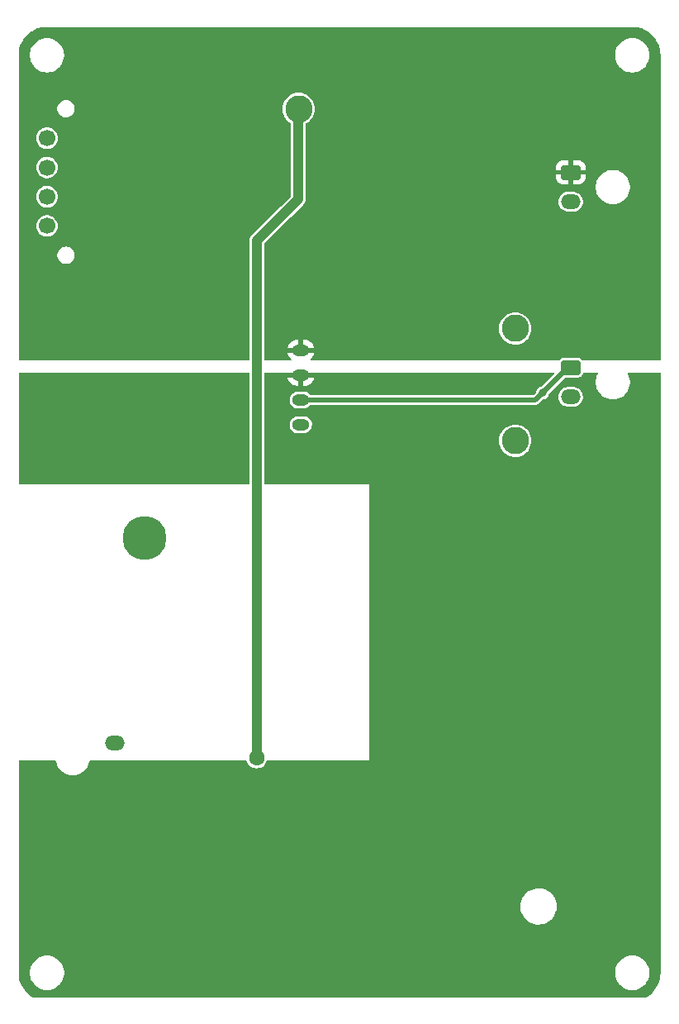
<source format=gbr>
G04 #@! TF.GenerationSoftware,KiCad,Pcbnew,7.0.2*
G04 #@! TF.CreationDate,2023-10-17T16:40:19-05:00*
G04 #@! TF.ProjectId,ContactorDriver,436f6e74-6163-4746-9f72-447269766572,rev?*
G04 #@! TF.SameCoordinates,Original*
G04 #@! TF.FileFunction,Copper,L2,Bot*
G04 #@! TF.FilePolarity,Positive*
%FSLAX46Y46*%
G04 Gerber Fmt 4.6, Leading zero omitted, Abs format (unit mm)*
G04 Created by KiCad (PCBNEW 7.0.2) date 2023-10-17 16:40:19*
%MOMM*%
%LPD*%
G01*
G04 APERTURE LIST*
G04 Aperture macros list*
%AMRoundRect*
0 Rectangle with rounded corners*
0 $1 Rounding radius*
0 $2 $3 $4 $5 $6 $7 $8 $9 X,Y pos of 4 corners*
0 Add a 4 corners polygon primitive as box body*
4,1,4,$2,$3,$4,$5,$6,$7,$8,$9,$2,$3,0*
0 Add four circle primitives for the rounded corners*
1,1,$1+$1,$2,$3*
1,1,$1+$1,$4,$5*
1,1,$1+$1,$6,$7*
1,1,$1+$1,$8,$9*
0 Add four rect primitives between the rounded corners*
20,1,$1+$1,$2,$3,$4,$5,0*
20,1,$1+$1,$4,$5,$6,$7,0*
20,1,$1+$1,$6,$7,$8,$9,0*
20,1,$1+$1,$8,$9,$2,$3,0*%
G04 Aperture macros list end*
G04 #@! TA.AperFunction,ComponentPad*
%ADD10C,2.800000*%
G04 #@! TD*
G04 #@! TA.AperFunction,ComponentPad*
%ADD11O,2.020000X1.500000*%
G04 #@! TD*
G04 #@! TA.AperFunction,ComponentPad*
%ADD12RoundRect,0.250001X0.759999X-0.499999X0.759999X0.499999X-0.759999X0.499999X-0.759999X-0.499999X0*%
G04 #@! TD*
G04 #@! TA.AperFunction,ComponentPad*
%ADD13RoundRect,0.250001X-0.759999X0.499999X-0.759999X-0.499999X0.759999X-0.499999X0.759999X0.499999X0*%
G04 #@! TD*
G04 #@! TA.AperFunction,ComponentPad*
%ADD14C,4.500880*%
G04 #@! TD*
G04 #@! TA.AperFunction,ComponentPad*
%ADD15O,1.800000X1.200000*%
G04 #@! TD*
G04 #@! TA.AperFunction,ComponentPad*
%ADD16C,1.700000*%
G04 #@! TD*
G04 #@! TA.AperFunction,ViaPad*
%ADD17C,0.800000*%
G04 #@! TD*
G04 #@! TA.AperFunction,ViaPad*
%ADD18C,1.600000*%
G04 #@! TD*
G04 #@! TA.AperFunction,Conductor*
%ADD19C,0.500000*%
G04 #@! TD*
G04 #@! TA.AperFunction,Conductor*
%ADD20C,1.000000*%
G04 #@! TD*
G04 APERTURE END LIST*
D10*
X192800000Y-76500000D03*
D11*
X173970000Y-141500000D03*
D12*
X173970000Y-144500000D03*
D13*
X220680000Y-83000000D03*
D11*
X220680000Y-86000000D03*
D14*
X226000000Y-158000000D03*
D13*
X220680000Y-103000000D03*
D11*
X220680000Y-106000000D03*
D14*
X177000000Y-120500000D03*
D15*
X193027300Y-108860000D03*
X193027300Y-106320000D03*
X193027300Y-103780000D03*
X193027300Y-101240000D03*
D16*
X167000000Y-79500000D03*
X167000000Y-82500000D03*
X167000000Y-85500000D03*
X167000000Y-88500000D03*
D10*
X215000000Y-99000000D03*
X215000000Y-110500000D03*
D17*
X207167500Y-78000000D03*
X186000000Y-76750000D03*
X186000000Y-80750000D03*
X186000000Y-78250000D03*
X189100000Y-82200000D03*
X186000000Y-82250000D03*
X186000000Y-79500000D03*
X189000000Y-80750000D03*
X189000000Y-79500000D03*
X189000000Y-78250000D03*
X189000000Y-76750000D03*
X177800000Y-114300000D03*
X203200000Y-127000000D03*
X215900000Y-139700000D03*
X215900000Y-165100000D03*
X190500000Y-165100000D03*
X177800000Y-165100000D03*
X165100000Y-114300000D03*
X190500000Y-114300000D03*
X228600000Y-139700000D03*
X203200000Y-139700000D03*
X203200000Y-165100000D03*
X177800000Y-152400000D03*
X203200000Y-152400000D03*
X190500000Y-152400000D03*
X228600000Y-114300000D03*
X215900000Y-127000000D03*
X215900000Y-114300000D03*
X215900000Y-152400000D03*
X228600000Y-127000000D03*
X228600000Y-152400000D03*
X203200000Y-114300000D03*
D18*
X188500000Y-143000000D03*
D17*
X217800000Y-105600000D03*
D19*
X192667300Y-101600000D02*
X193027300Y-101240000D01*
D20*
X191500000Y-87000000D02*
X192750000Y-85750000D01*
X188500000Y-143000000D02*
X188500000Y-90000000D01*
X188500000Y-90000000D02*
X191500000Y-87000000D01*
X192750000Y-85750000D02*
X192750000Y-76500000D01*
D19*
X220400000Y-103000000D02*
X220680000Y-103000000D01*
X217800000Y-105600000D02*
X217080000Y-106320000D01*
X217080000Y-106320000D02*
X193027300Y-106320000D01*
X217800000Y-105600000D02*
X220400000Y-103000000D01*
G04 #@! TA.AperFunction,Conductor*
G36*
X187692539Y-103519685D02*
G01*
X187738294Y-103572489D01*
X187749500Y-103624000D01*
X187749500Y-114876000D01*
X187729815Y-114943039D01*
X187677011Y-114988794D01*
X187625500Y-115000000D01*
X164224500Y-115000000D01*
X164157461Y-114980315D01*
X164111706Y-114927511D01*
X164100500Y-114876000D01*
X164100500Y-103624000D01*
X164120185Y-103556961D01*
X164172989Y-103511206D01*
X164224500Y-103500000D01*
X187625500Y-103500000D01*
X187692539Y-103519685D01*
G37*
G04 #@! TD.AperFunction*
G04 #@! TA.AperFunction,Conductor*
G36*
X191636346Y-103519685D02*
G01*
X191648250Y-103530000D01*
X192677693Y-103530000D01*
X192618062Y-103647031D01*
X192597002Y-103780000D01*
X192618062Y-103912969D01*
X192677693Y-104030000D01*
X191656042Y-104030000D01*
X191683070Y-104141410D01*
X191770339Y-104332505D01*
X191892192Y-104503621D01*
X192044233Y-104648592D01*
X192220955Y-104762166D01*
X192415985Y-104840244D01*
X192622262Y-104880000D01*
X192777300Y-104880000D01*
X192777300Y-104129607D01*
X192894331Y-104189238D01*
X192993849Y-104205000D01*
X193060751Y-104205000D01*
X193160269Y-104189238D01*
X193277300Y-104129607D01*
X193277300Y-104880000D01*
X193376750Y-104880000D01*
X193382659Y-104879718D01*
X193536420Y-104865035D01*
X193737987Y-104805850D01*
X193924712Y-104709587D01*
X194089838Y-104579730D01*
X194227411Y-104420963D01*
X194332446Y-104239036D01*
X194401156Y-104040511D01*
X194402668Y-104030000D01*
X193376907Y-104030000D01*
X193436538Y-103912969D01*
X193457598Y-103780000D01*
X193436538Y-103647031D01*
X193376907Y-103530000D01*
X194409278Y-103530000D01*
X194441829Y-103506820D01*
X194482386Y-103500000D01*
X218892824Y-103500000D01*
X218959863Y-103519685D01*
X219005618Y-103572489D01*
X219015562Y-103641647D01*
X218986537Y-103705203D01*
X218980505Y-103711681D01*
X217774218Y-104917967D01*
X217716212Y-104950683D01*
X217567635Y-104987303D01*
X217427761Y-105060716D01*
X217309515Y-105165471D01*
X217219780Y-105295476D01*
X217163763Y-105443181D01*
X217157139Y-105497728D01*
X217129516Y-105561905D01*
X217121725Y-105570460D01*
X216909003Y-105783182D01*
X216847683Y-105816666D01*
X216821324Y-105819500D01*
X194075444Y-105819500D01*
X194008405Y-105799815D01*
X193980936Y-105775776D01*
X193915636Y-105698899D01*
X193768363Y-105586944D01*
X193600469Y-105509268D01*
X193419797Y-105469500D01*
X192681187Y-105469500D01*
X192677852Y-105469862D01*
X192677846Y-105469863D01*
X192543391Y-105484485D01*
X192368079Y-105543556D01*
X192209562Y-105638931D01*
X192075260Y-105766149D01*
X191971440Y-105919272D01*
X191902969Y-106091121D01*
X191892942Y-106152285D01*
X191876214Y-106254326D01*
X191873040Y-106273685D01*
X191883054Y-106458407D01*
X191932545Y-106636658D01*
X192019199Y-106800103D01*
X192138963Y-106941100D01*
X192286236Y-107053055D01*
X192454130Y-107130731D01*
X192454131Y-107130731D01*
X192454133Y-107130732D01*
X192634803Y-107170500D01*
X193370054Y-107170500D01*
X193373413Y-107170500D01*
X193511210Y-107155514D01*
X193686521Y-107096444D01*
X193845036Y-107001070D01*
X193979341Y-106873849D01*
X193989132Y-106864575D01*
X193990021Y-106865514D01*
X194032538Y-106830470D01*
X194081254Y-106820500D01*
X217012856Y-106820500D01*
X217039214Y-106823334D01*
X217043926Y-106824359D01*
X217043926Y-106824358D01*
X217043927Y-106824359D01*
X217093461Y-106820815D01*
X217102308Y-106820500D01*
X217115797Y-106820500D01*
X217115799Y-106820500D01*
X217129159Y-106818578D01*
X217137951Y-106817633D01*
X217187483Y-106814091D01*
X217192001Y-106812405D01*
X217217681Y-106805851D01*
X217222457Y-106805165D01*
X217267637Y-106784530D01*
X217275791Y-106781153D01*
X217322331Y-106763796D01*
X217326189Y-106760907D01*
X217348997Y-106747375D01*
X217353373Y-106745377D01*
X217390906Y-106712853D01*
X217397782Y-106707313D01*
X217408593Y-106699221D01*
X217418155Y-106689658D01*
X217424603Y-106683654D01*
X217462143Y-106651128D01*
X217464751Y-106647069D01*
X217481382Y-106626430D01*
X217825783Y-106282030D01*
X217883787Y-106249316D01*
X218032365Y-106212696D01*
X218172240Y-106139283D01*
X218271963Y-106050937D01*
X219415630Y-106050937D01*
X219446443Y-106252071D01*
X219517113Y-106442886D01*
X219624745Y-106615568D01*
X219624748Y-106615571D01*
X219764941Y-106763053D01*
X219931951Y-106879295D01*
X220118942Y-106959540D01*
X220318259Y-107000500D01*
X220318261Y-107000500D01*
X220987600Y-107000500D01*
X220990742Y-107000500D01*
X221142438Y-106985074D01*
X221336588Y-106924159D01*
X221514502Y-106825409D01*
X221668895Y-106692866D01*
X221793448Y-106531958D01*
X221883060Y-106349271D01*
X221934063Y-106152285D01*
X221944369Y-105949064D01*
X221924520Y-105819500D01*
X221913556Y-105747928D01*
X221842886Y-105557113D01*
X221735254Y-105384431D01*
X221728803Y-105377644D01*
X221595059Y-105236947D01*
X221428049Y-105120705D01*
X221241058Y-105040460D01*
X221041741Y-104999500D01*
X220369258Y-104999500D01*
X220366147Y-104999816D01*
X220366134Y-104999817D01*
X220217559Y-105014926D01*
X220023412Y-105075841D01*
X219845500Y-105174589D01*
X219691104Y-105307135D01*
X219566551Y-105468042D01*
X219476940Y-105650727D01*
X219425937Y-105847716D01*
X219415630Y-106050937D01*
X218271963Y-106050937D01*
X218290483Y-106034530D01*
X218380220Y-105904523D01*
X218436237Y-105756818D01*
X218442859Y-105702272D01*
X218470480Y-105638096D01*
X218478263Y-105629549D01*
X220070993Y-104036818D01*
X220132317Y-104003334D01*
X220158675Y-104000500D01*
X221484550Y-104000500D01*
X221487872Y-104000500D01*
X221547482Y-103994091D01*
X221682330Y-103943796D01*
X221797546Y-103857546D01*
X221883796Y-103742330D01*
X221934091Y-103607482D01*
X221934090Y-103607482D01*
X221939534Y-103592889D01*
X221940922Y-103593406D01*
X221960478Y-103546195D01*
X222017870Y-103506346D01*
X222057030Y-103500000D01*
X223336882Y-103500000D01*
X223403921Y-103519685D01*
X223449676Y-103572489D01*
X223459620Y-103641647D01*
X223448602Y-103677799D01*
X223362202Y-103857212D01*
X223284691Y-104108492D01*
X223245500Y-104368517D01*
X223245500Y-104631482D01*
X223284691Y-104891507D01*
X223330638Y-105040460D01*
X223341551Y-105075841D01*
X223362202Y-105142787D01*
X223476296Y-105379707D01*
X223476297Y-105379709D01*
X223476298Y-105379710D01*
X223624430Y-105596980D01*
X223803290Y-105789746D01*
X224008883Y-105953701D01*
X224236616Y-106085183D01*
X224481402Y-106181254D01*
X224737772Y-106239769D01*
X224934346Y-106254500D01*
X224936663Y-106254500D01*
X225063337Y-106254500D01*
X225065654Y-106254500D01*
X225262228Y-106239769D01*
X225518598Y-106181254D01*
X225763384Y-106085183D01*
X225991117Y-105953701D01*
X226196710Y-105789746D01*
X226375570Y-105596980D01*
X226523702Y-105379710D01*
X226637798Y-105142788D01*
X226715308Y-104891508D01*
X226754500Y-104631482D01*
X226754500Y-104368518D01*
X226715308Y-104108492D01*
X226637798Y-103857212D01*
X226551397Y-103677800D01*
X226540046Y-103608861D01*
X226567768Y-103544726D01*
X226625763Y-103505760D01*
X226663118Y-103500000D01*
X229775500Y-103500000D01*
X229842539Y-103519685D01*
X229888294Y-103572489D01*
X229899500Y-103624000D01*
X229899500Y-164996519D01*
X229899305Y-165003472D01*
X229881659Y-165317688D01*
X229880102Y-165331506D01*
X229827969Y-165638333D01*
X229824875Y-165651889D01*
X229738717Y-165950952D01*
X229734124Y-165964078D01*
X229615024Y-166251611D01*
X229608991Y-166264139D01*
X229458442Y-166536538D01*
X229451043Y-166548312D01*
X229270954Y-166802123D01*
X229262285Y-166812995D01*
X229054896Y-167045063D01*
X229045063Y-167054896D01*
X228812995Y-167262285D01*
X228802129Y-167270949D01*
X228602143Y-167412848D01*
X228548311Y-167451044D01*
X228536538Y-167458441D01*
X228489340Y-167484527D01*
X228429358Y-167500000D01*
X165570642Y-167500000D01*
X165510661Y-167484528D01*
X165463462Y-167458442D01*
X165451696Y-167451049D01*
X165197861Y-167270943D01*
X165187004Y-167262285D01*
X164954936Y-167054896D01*
X164945103Y-167045063D01*
X164737714Y-166812995D01*
X164729050Y-166802129D01*
X164548950Y-166548303D01*
X164541563Y-166536547D01*
X164391004Y-166264132D01*
X164384978Y-166251618D01*
X164265874Y-165964077D01*
X164261282Y-165950952D01*
X164175124Y-165651889D01*
X164172030Y-165638333D01*
X164119897Y-165331506D01*
X164118340Y-165317695D01*
X164107883Y-165131482D01*
X165245500Y-165131482D01*
X165284691Y-165391507D01*
X165338292Y-165565276D01*
X165362202Y-165642788D01*
X165366585Y-165651889D01*
X165476296Y-165879707D01*
X165476297Y-165879709D01*
X165476298Y-165879710D01*
X165624430Y-166096980D01*
X165803290Y-166289746D01*
X166008883Y-166453701D01*
X166236616Y-166585183D01*
X166481402Y-166681254D01*
X166737772Y-166739769D01*
X166934346Y-166754500D01*
X166936663Y-166754500D01*
X167063337Y-166754500D01*
X167065654Y-166754500D01*
X167262228Y-166739769D01*
X167518598Y-166681254D01*
X167763384Y-166585183D01*
X167991117Y-166453701D01*
X168196710Y-166289746D01*
X168375570Y-166096980D01*
X168523702Y-165879710D01*
X168637798Y-165642788D01*
X168715308Y-165391508D01*
X168754500Y-165131482D01*
X225245500Y-165131482D01*
X225284691Y-165391507D01*
X225338292Y-165565277D01*
X225362202Y-165642788D01*
X225366585Y-165651889D01*
X225476296Y-165879707D01*
X225476297Y-165879709D01*
X225476298Y-165879710D01*
X225624430Y-166096980D01*
X225803290Y-166289746D01*
X226008883Y-166453701D01*
X226236616Y-166585183D01*
X226481402Y-166681254D01*
X226737772Y-166739769D01*
X226934346Y-166754500D01*
X226936663Y-166754500D01*
X227063337Y-166754500D01*
X227065654Y-166754500D01*
X227262228Y-166739769D01*
X227518598Y-166681254D01*
X227763384Y-166585183D01*
X227991117Y-166453701D01*
X228196710Y-166289746D01*
X228375570Y-166096980D01*
X228523702Y-165879710D01*
X228637798Y-165642788D01*
X228715308Y-165391508D01*
X228754500Y-165131482D01*
X228754500Y-164868518D01*
X228715308Y-164608492D01*
X228637798Y-164357212D01*
X228523702Y-164120290D01*
X228375570Y-163903020D01*
X228196710Y-163710254D01*
X227991117Y-163546299D01*
X227991116Y-163546298D01*
X227763382Y-163414816D01*
X227518600Y-163318746D01*
X227262225Y-163260230D01*
X227067968Y-163245673D01*
X227067957Y-163245672D01*
X227065654Y-163245500D01*
X226934346Y-163245500D01*
X226932043Y-163245672D01*
X226932031Y-163245673D01*
X226737774Y-163260230D01*
X226481399Y-163318746D01*
X226236617Y-163414816D01*
X226008883Y-163546298D01*
X225803290Y-163710253D01*
X225624431Y-163903018D01*
X225476296Y-164120292D01*
X225362202Y-164357212D01*
X225284691Y-164608492D01*
X225245500Y-164868517D01*
X225245500Y-165131482D01*
X168754500Y-165131482D01*
X168754500Y-164868518D01*
X168715308Y-164608492D01*
X168637798Y-164357212D01*
X168523702Y-164120290D01*
X168375570Y-163903020D01*
X168196710Y-163710254D01*
X167991117Y-163546299D01*
X167991116Y-163546298D01*
X167763382Y-163414816D01*
X167518600Y-163318746D01*
X167262225Y-163260230D01*
X167067968Y-163245673D01*
X167067957Y-163245672D01*
X167065654Y-163245500D01*
X166934346Y-163245500D01*
X166932043Y-163245672D01*
X166932031Y-163245673D01*
X166737774Y-163260230D01*
X166481399Y-163318746D01*
X166236617Y-163414816D01*
X166008883Y-163546298D01*
X165803290Y-163710253D01*
X165624431Y-163903018D01*
X165476296Y-164120292D01*
X165362202Y-164357212D01*
X165284691Y-164608492D01*
X165245500Y-164868517D01*
X165245500Y-165131482D01*
X164107883Y-165131482D01*
X164100695Y-165003471D01*
X164100500Y-164996519D01*
X164100500Y-158267910D01*
X215541779Y-158267910D01*
X215571469Y-158537745D01*
X215571470Y-158537747D01*
X215640132Y-158800384D01*
X215746303Y-159050224D01*
X215887719Y-159281944D01*
X216061368Y-159490604D01*
X216263546Y-159671757D01*
X216489947Y-159821542D01*
X216622426Y-159883646D01*
X216735738Y-159936765D01*
X216735740Y-159936765D01*
X216735743Y-159936767D01*
X216995697Y-160014975D01*
X217264268Y-160054500D01*
X217264270Y-160054500D01*
X217465520Y-160054500D01*
X217467781Y-160054500D01*
X217650678Y-160041113D01*
X217670741Y-160039645D01*
X217781492Y-160014974D01*
X217935709Y-159980621D01*
X218189261Y-159883646D01*
X218425991Y-159750786D01*
X218640853Y-159584875D01*
X218829269Y-159389447D01*
X218987223Y-159168668D01*
X219111348Y-158927244D01*
X219198998Y-158670320D01*
X219223486Y-158537747D01*
X219248306Y-158403371D01*
X219258220Y-158132089D01*
X219228530Y-157862254D01*
X219228530Y-157862253D01*
X219159868Y-157599616D01*
X219053697Y-157349776D01*
X218912281Y-157118056D01*
X218738632Y-156909396D01*
X218536454Y-156728243D01*
X218310053Y-156578458D01*
X218310049Y-156578456D01*
X218064261Y-156463234D01*
X217959397Y-156431685D01*
X217804303Y-156385025D01*
X217535732Y-156345500D01*
X217332219Y-156345500D01*
X217329970Y-156345664D01*
X217329959Y-156345665D01*
X217129258Y-156360354D01*
X216864292Y-156419378D01*
X216610740Y-156516353D01*
X216374009Y-156649214D01*
X216159145Y-156815125D01*
X215970733Y-157010549D01*
X215812773Y-157231336D01*
X215688654Y-157472750D01*
X215601000Y-157729684D01*
X215551693Y-157996628D01*
X215541779Y-158267910D01*
X164100500Y-158267910D01*
X164100500Y-143374000D01*
X164120185Y-143306961D01*
X164172989Y-143261206D01*
X164224500Y-143250000D01*
X167806652Y-143250000D01*
X167873691Y-143269685D01*
X167919446Y-143322489D01*
X167929267Y-143355517D01*
X167934692Y-143391508D01*
X167994823Y-143586448D01*
X168012202Y-143642787D01*
X168126296Y-143879707D01*
X168126297Y-143879709D01*
X168126298Y-143879710D01*
X168274430Y-144096980D01*
X168453290Y-144289746D01*
X168658883Y-144453701D01*
X168886616Y-144585183D01*
X169131402Y-144681254D01*
X169387772Y-144739769D01*
X169584346Y-144754500D01*
X169586663Y-144754500D01*
X169713337Y-144754500D01*
X169715654Y-144754500D01*
X169912228Y-144739769D01*
X170168598Y-144681254D01*
X170413384Y-144585183D01*
X170641117Y-144453701D01*
X170846710Y-144289746D01*
X171025570Y-144096980D01*
X171173702Y-143879710D01*
X171287798Y-143642788D01*
X171365308Y-143391508D01*
X171370733Y-143355517D01*
X171400190Y-143292161D01*
X171459224Y-143254788D01*
X171493348Y-143250000D01*
X187386102Y-143250000D01*
X187453141Y-143269685D01*
X187498896Y-143322489D01*
X187504762Y-143338004D01*
X187524767Y-143403953D01*
X187524768Y-143403954D01*
X187622315Y-143586450D01*
X187668549Y-143642787D01*
X187753589Y-143746410D01*
X187833570Y-143812047D01*
X187913550Y-143877685D01*
X188096046Y-143975232D01*
X188294066Y-144035300D01*
X188500000Y-144055583D01*
X188705934Y-144035300D01*
X188903954Y-143975232D01*
X189086450Y-143877685D01*
X189246410Y-143746410D01*
X189377685Y-143586450D01*
X189475232Y-143403954D01*
X189489925Y-143355517D01*
X189495238Y-143338004D01*
X189533535Y-143279566D01*
X189597348Y-143251109D01*
X189613898Y-143250000D01*
X200000000Y-143250000D01*
X200000000Y-115000000D01*
X189374500Y-115000000D01*
X189307461Y-114980315D01*
X189261706Y-114927511D01*
X189250500Y-114876000D01*
X189250500Y-110500000D01*
X213344396Y-110500000D01*
X213364779Y-110758995D01*
X213425426Y-111011610D01*
X213485430Y-111156470D01*
X213524846Y-111251628D01*
X213660588Y-111473140D01*
X213660590Y-111473143D01*
X213727567Y-111551563D01*
X213829311Y-111670689D01*
X214026860Y-111839412D01*
X214248372Y-111975154D01*
X214428385Y-112049718D01*
X214488389Y-112074573D01*
X214568197Y-112093733D01*
X214741006Y-112135221D01*
X215000000Y-112155604D01*
X215258994Y-112135221D01*
X215511610Y-112074573D01*
X215751628Y-111975154D01*
X215973140Y-111839412D01*
X216170689Y-111670689D01*
X216339412Y-111473140D01*
X216475154Y-111251628D01*
X216574573Y-111011610D01*
X216635221Y-110758994D01*
X216655604Y-110500000D01*
X216635221Y-110241006D01*
X216574573Y-109988390D01*
X216475154Y-109748372D01*
X216339412Y-109526860D01*
X216170689Y-109329311D01*
X215991956Y-109176658D01*
X215973143Y-109160590D01*
X215973140Y-109160588D01*
X215751628Y-109024846D01*
X215656470Y-108985430D01*
X215511610Y-108925426D01*
X215258995Y-108864779D01*
X215000000Y-108844396D01*
X214741004Y-108864779D01*
X214488389Y-108925426D01*
X214312201Y-108998407D01*
X214248372Y-109024846D01*
X214143886Y-109088875D01*
X214026856Y-109160590D01*
X213829311Y-109329311D01*
X213660590Y-109526856D01*
X213660588Y-109526860D01*
X213524846Y-109748372D01*
X213524845Y-109748375D01*
X213425426Y-109988389D01*
X213364779Y-110241004D01*
X213344396Y-110500000D01*
X189250500Y-110500000D01*
X189250500Y-108813685D01*
X191873040Y-108813685D01*
X191883054Y-108998407D01*
X191932545Y-109176658D01*
X192019199Y-109340103D01*
X192138963Y-109481100D01*
X192286236Y-109593055D01*
X192454130Y-109670731D01*
X192454131Y-109670731D01*
X192454133Y-109670732D01*
X192634803Y-109710500D01*
X193370054Y-109710500D01*
X193373413Y-109710500D01*
X193511210Y-109695514D01*
X193686521Y-109636444D01*
X193845036Y-109541070D01*
X193979341Y-109413849D01*
X194083158Y-109260730D01*
X194151631Y-109088875D01*
X194181560Y-108906317D01*
X194171545Y-108721593D01*
X194122054Y-108543341D01*
X194035400Y-108379896D01*
X193915637Y-108238900D01*
X193915636Y-108238899D01*
X193768363Y-108126944D01*
X193600469Y-108049268D01*
X193419797Y-108009500D01*
X192681187Y-108009500D01*
X192677852Y-108009862D01*
X192677846Y-108009863D01*
X192543391Y-108024485D01*
X192368079Y-108083556D01*
X192209562Y-108178931D01*
X192075260Y-108306149D01*
X191971440Y-108459272D01*
X191902969Y-108631121D01*
X191873040Y-108813685D01*
X189250500Y-108813685D01*
X189250500Y-103624000D01*
X189270185Y-103556961D01*
X189322989Y-103511206D01*
X189374500Y-103500000D01*
X191569307Y-103500000D01*
X191636346Y-103519685D01*
G37*
G04 #@! TD.AperFunction*
G04 #@! TA.AperFunction,Conductor*
G36*
X227003471Y-68100695D02*
G01*
X227047099Y-68103144D01*
X227317695Y-68118340D01*
X227331498Y-68119896D01*
X227638339Y-68172031D01*
X227651883Y-68175122D01*
X227855014Y-68233643D01*
X227950952Y-68261282D01*
X227964077Y-68265874D01*
X228251618Y-68384978D01*
X228264132Y-68391004D01*
X228536547Y-68541563D01*
X228548303Y-68548950D01*
X228802129Y-68729050D01*
X228812989Y-68737709D01*
X228887848Y-68804607D01*
X229045063Y-68945103D01*
X229054896Y-68954936D01*
X229262285Y-69187004D01*
X229270951Y-69197872D01*
X229424881Y-69414816D01*
X229451043Y-69451687D01*
X229458439Y-69463457D01*
X229594839Y-69710253D01*
X229608991Y-69735860D01*
X229615024Y-69748388D01*
X229734124Y-70035921D01*
X229738717Y-70049047D01*
X229824875Y-70348110D01*
X229827969Y-70361666D01*
X229880102Y-70668493D01*
X229881659Y-70682311D01*
X229899305Y-70996526D01*
X229899500Y-71003479D01*
X229899500Y-102176000D01*
X229879815Y-102243039D01*
X229827011Y-102288794D01*
X229775500Y-102300000D01*
X221977554Y-102300000D01*
X221910515Y-102280315D01*
X221878287Y-102250311D01*
X221822658Y-102176000D01*
X221797546Y-102142454D01*
X221797544Y-102142453D01*
X221797544Y-102142452D01*
X221682332Y-102056205D01*
X221682330Y-102056204D01*
X221547482Y-102005909D01*
X221487872Y-101999500D01*
X219872128Y-101999500D01*
X219868836Y-101999853D01*
X219868834Y-101999854D01*
X219812517Y-102005909D01*
X219677667Y-102056205D01*
X219562455Y-102142452D01*
X219481713Y-102250311D01*
X219425779Y-102292182D01*
X219382446Y-102300000D01*
X194117153Y-102300000D01*
X194050114Y-102280315D01*
X194004359Y-102227511D01*
X193994415Y-102158353D01*
X194023440Y-102094797D01*
X194040501Y-102078530D01*
X194089838Y-102039730D01*
X194227411Y-101880963D01*
X194332446Y-101699036D01*
X194401156Y-101500511D01*
X194402668Y-101490000D01*
X193376907Y-101490000D01*
X193436538Y-101372969D01*
X193457598Y-101240000D01*
X193436538Y-101107031D01*
X193376907Y-100990000D01*
X194398557Y-100990000D01*
X194371529Y-100878589D01*
X194284260Y-100687494D01*
X194162407Y-100516378D01*
X194010366Y-100371407D01*
X193833644Y-100257833D01*
X193638614Y-100179755D01*
X193432338Y-100140000D01*
X193277300Y-100140000D01*
X193277300Y-100890392D01*
X193160269Y-100830762D01*
X193060751Y-100815000D01*
X192993849Y-100815000D01*
X192894331Y-100830762D01*
X192777300Y-100890392D01*
X192777300Y-100140000D01*
X192677850Y-100140000D01*
X192671940Y-100140281D01*
X192518179Y-100154964D01*
X192316612Y-100214149D01*
X192129887Y-100310412D01*
X191964761Y-100440269D01*
X191827188Y-100599036D01*
X191722153Y-100780963D01*
X191653443Y-100979488D01*
X191651931Y-100989999D01*
X191651932Y-100990000D01*
X192677693Y-100990000D01*
X192618062Y-101107031D01*
X192597002Y-101240000D01*
X192618062Y-101372969D01*
X192677693Y-101490000D01*
X191656042Y-101490000D01*
X191683070Y-101601410D01*
X191770339Y-101792505D01*
X191892192Y-101963621D01*
X192020808Y-102086257D01*
X192055743Y-102146766D01*
X192052418Y-102216557D01*
X192011890Y-102273471D01*
X191947025Y-102299439D01*
X191935238Y-102300000D01*
X189374500Y-102300000D01*
X189307461Y-102280315D01*
X189261706Y-102227511D01*
X189250500Y-102176000D01*
X189250500Y-99000000D01*
X213344396Y-99000000D01*
X213364779Y-99258995D01*
X213425426Y-99511610D01*
X213485430Y-99656470D01*
X213524846Y-99751628D01*
X213660588Y-99973140D01*
X213660590Y-99973143D01*
X213727567Y-100051563D01*
X213829311Y-100170689D01*
X214026860Y-100339412D01*
X214248372Y-100475154D01*
X214428385Y-100549718D01*
X214488389Y-100574573D01*
X214568197Y-100593733D01*
X214741006Y-100635221D01*
X215000000Y-100655604D01*
X215258994Y-100635221D01*
X215511610Y-100574573D01*
X215751628Y-100475154D01*
X215973140Y-100339412D01*
X216170689Y-100170689D01*
X216339412Y-99973140D01*
X216475154Y-99751628D01*
X216574573Y-99511610D01*
X216635221Y-99258994D01*
X216655604Y-99000000D01*
X216635221Y-98741006D01*
X216574573Y-98488390D01*
X216475154Y-98248372D01*
X216339412Y-98026860D01*
X216170689Y-97829311D01*
X216051563Y-97727567D01*
X215973143Y-97660590D01*
X215973140Y-97660588D01*
X215751628Y-97524846D01*
X215656470Y-97485430D01*
X215511610Y-97425426D01*
X215258995Y-97364779D01*
X215000000Y-97344396D01*
X214741004Y-97364779D01*
X214488389Y-97425426D01*
X214283524Y-97510285D01*
X214248372Y-97524846D01*
X214104359Y-97613096D01*
X214026856Y-97660590D01*
X213829311Y-97829311D01*
X213660590Y-98026856D01*
X213660588Y-98026860D01*
X213524846Y-98248372D01*
X213524845Y-98248375D01*
X213425426Y-98488389D01*
X213364779Y-98741004D01*
X213344396Y-99000000D01*
X189250500Y-99000000D01*
X189250500Y-90362228D01*
X189270185Y-90295189D01*
X189286814Y-90274552D01*
X191958446Y-87602919D01*
X191958451Y-87602916D01*
X191968654Y-87592712D01*
X191968656Y-87592712D01*
X193235642Y-86325724D01*
X193249260Y-86313954D01*
X193268530Y-86299610D01*
X193300366Y-86261667D01*
X193307680Y-86253688D01*
X193308264Y-86253103D01*
X193311591Y-86249777D01*
X193330833Y-86225439D01*
X193333090Y-86222670D01*
X193347853Y-86205075D01*
X193381302Y-86165214D01*
X193381303Y-86165211D01*
X193382115Y-86164244D01*
X193392573Y-86147827D01*
X193393106Y-86146682D01*
X193393111Y-86146677D01*
X193424833Y-86078646D01*
X193426362Y-86075488D01*
X193438693Y-86050937D01*
X219415630Y-86050937D01*
X219446443Y-86252071D01*
X219517113Y-86442886D01*
X219624745Y-86615568D01*
X219624748Y-86615571D01*
X219764941Y-86763053D01*
X219931951Y-86879295D01*
X220118942Y-86959540D01*
X220318259Y-87000500D01*
X220318261Y-87000500D01*
X220987600Y-87000500D01*
X220990742Y-87000500D01*
X221142438Y-86985074D01*
X221336588Y-86924159D01*
X221514502Y-86825409D01*
X221668895Y-86692866D01*
X221793448Y-86531958D01*
X221883060Y-86349271D01*
X221934063Y-86152285D01*
X221944369Y-85949064D01*
X221938757Y-85912434D01*
X221913556Y-85747928D01*
X221842886Y-85557113D01*
X221735254Y-85384431D01*
X221728803Y-85377644D01*
X221595059Y-85236947D01*
X221428049Y-85120705D01*
X221241058Y-85040460D01*
X221041741Y-84999500D01*
X220369258Y-84999500D01*
X220366147Y-84999816D01*
X220366134Y-84999817D01*
X220217559Y-85014926D01*
X220023412Y-85075841D01*
X219845500Y-85174589D01*
X219845497Y-85174591D01*
X219845498Y-85174591D01*
X219703008Y-85296916D01*
X219691104Y-85307135D01*
X219566551Y-85468042D01*
X219476940Y-85650727D01*
X219425937Y-85847716D01*
X219415630Y-86050937D01*
X193438693Y-86050937D01*
X193460040Y-86008433D01*
X193460040Y-86008432D01*
X193460612Y-86007294D01*
X193467000Y-85988914D01*
X193467255Y-85987675D01*
X193467257Y-85987673D01*
X193482447Y-85914103D01*
X193483186Y-85910770D01*
X193500500Y-85837721D01*
X193500500Y-85837716D01*
X193500791Y-85836489D01*
X193502770Y-85817121D01*
X193502733Y-85815859D01*
X193502734Y-85815856D01*
X193500552Y-85740869D01*
X193500500Y-85737263D01*
X193500500Y-84631482D01*
X223245500Y-84631482D01*
X223284691Y-84891507D01*
X223330638Y-85040460D01*
X223341551Y-85075841D01*
X223362202Y-85142787D01*
X223476296Y-85379707D01*
X223476297Y-85379709D01*
X223476298Y-85379710D01*
X223624430Y-85596980D01*
X223803290Y-85789746D01*
X224008883Y-85953701D01*
X224236616Y-86085183D01*
X224393301Y-86146677D01*
X224440532Y-86165214D01*
X224481402Y-86181254D01*
X224737772Y-86239769D01*
X224934346Y-86254500D01*
X224936663Y-86254500D01*
X225063337Y-86254500D01*
X225065654Y-86254500D01*
X225262228Y-86239769D01*
X225518598Y-86181254D01*
X225763384Y-86085183D01*
X225991117Y-85953701D01*
X226196710Y-85789746D01*
X226375570Y-85596980D01*
X226523702Y-85379710D01*
X226637798Y-85142788D01*
X226715308Y-84891508D01*
X226754500Y-84631482D01*
X226754500Y-84368518D01*
X226715308Y-84108492D01*
X226637798Y-83857212D01*
X226523702Y-83620290D01*
X226375570Y-83403020D01*
X226196710Y-83210254D01*
X226035657Y-83081818D01*
X225991116Y-83046298D01*
X225763382Y-82914816D01*
X225518600Y-82818746D01*
X225262225Y-82760230D01*
X225067968Y-82745673D01*
X225067957Y-82745672D01*
X225065654Y-82745500D01*
X224934346Y-82745500D01*
X224932043Y-82745672D01*
X224932031Y-82745673D01*
X224737774Y-82760230D01*
X224481399Y-82818746D01*
X224236617Y-82914816D01*
X224008883Y-83046298D01*
X223803290Y-83210253D01*
X223624431Y-83403018D01*
X223476296Y-83620292D01*
X223362202Y-83857212D01*
X223284691Y-84108492D01*
X223245500Y-84368517D01*
X223245500Y-84631482D01*
X193500500Y-84631482D01*
X193500500Y-83546830D01*
X219170000Y-83546830D01*
X219170319Y-83553108D01*
X219180493Y-83652695D01*
X219235642Y-83819121D01*
X219327683Y-83968344D01*
X219451655Y-84092316D01*
X219600878Y-84184357D01*
X219767304Y-84239506D01*
X219866891Y-84249680D01*
X219873169Y-84250000D01*
X220430000Y-84250000D01*
X220430000Y-83446494D01*
X220534839Y-83494373D01*
X220643527Y-83510000D01*
X220716473Y-83510000D01*
X220825161Y-83494373D01*
X220930000Y-83446494D01*
X220930000Y-84250000D01*
X221486831Y-84250000D01*
X221493108Y-84249680D01*
X221592695Y-84239506D01*
X221759121Y-84184357D01*
X221908344Y-84092316D01*
X222032316Y-83968344D01*
X222124357Y-83819121D01*
X222179506Y-83652695D01*
X222189680Y-83553108D01*
X222190000Y-83546830D01*
X222190000Y-83250000D01*
X221125572Y-83250000D01*
X221148682Y-83214040D01*
X221190000Y-83073327D01*
X221190000Y-82926673D01*
X221148682Y-82785960D01*
X221125572Y-82750000D01*
X222190000Y-82750000D01*
X222190000Y-82453169D01*
X222189680Y-82446891D01*
X222179506Y-82347304D01*
X222124357Y-82180878D01*
X222032316Y-82031655D01*
X221908344Y-81907683D01*
X221759121Y-81815642D01*
X221592695Y-81760493D01*
X221493108Y-81750319D01*
X221486831Y-81750000D01*
X220930000Y-81750000D01*
X220930000Y-82553505D01*
X220825161Y-82505627D01*
X220716473Y-82490000D01*
X220643527Y-82490000D01*
X220534839Y-82505627D01*
X220430000Y-82553505D01*
X220430000Y-81750000D01*
X219873169Y-81750000D01*
X219866891Y-81750319D01*
X219767304Y-81760493D01*
X219600878Y-81815642D01*
X219451655Y-81907683D01*
X219327683Y-82031655D01*
X219235642Y-82180878D01*
X219180493Y-82347304D01*
X219170319Y-82446891D01*
X219170000Y-82453169D01*
X219170000Y-82750000D01*
X220234428Y-82750000D01*
X220211318Y-82785960D01*
X220170000Y-82926673D01*
X220170000Y-83073327D01*
X220211318Y-83214040D01*
X220234428Y-83250000D01*
X219170000Y-83250000D01*
X219170000Y-83546830D01*
X193500500Y-83546830D01*
X193500500Y-78075928D01*
X193520185Y-78008889D01*
X193559708Y-77970202D01*
X193773140Y-77839412D01*
X193970689Y-77670689D01*
X194139412Y-77473140D01*
X194275154Y-77251628D01*
X194374573Y-77011610D01*
X194435221Y-76758994D01*
X194455604Y-76500000D01*
X194435221Y-76241006D01*
X194374573Y-75988390D01*
X194275154Y-75748372D01*
X194139412Y-75526860D01*
X193970689Y-75329311D01*
X193851563Y-75227567D01*
X193773143Y-75160590D01*
X193773140Y-75160588D01*
X193551628Y-75024846D01*
X193456470Y-74985430D01*
X193311610Y-74925426D01*
X193058995Y-74864779D01*
X192800000Y-74844396D01*
X192541004Y-74864779D01*
X192288389Y-74925426D01*
X192083524Y-75010285D01*
X192048372Y-75024846D01*
X191904359Y-75113096D01*
X191826856Y-75160590D01*
X191629311Y-75329311D01*
X191460590Y-75526856D01*
X191460588Y-75526860D01*
X191324846Y-75748372D01*
X191324845Y-75748375D01*
X191225426Y-75988389D01*
X191164779Y-76241004D01*
X191144396Y-76500000D01*
X191164779Y-76758995D01*
X191225426Y-77011610D01*
X191285430Y-77156470D01*
X191324846Y-77251628D01*
X191409334Y-77389500D01*
X191460590Y-77473143D01*
X191527567Y-77551563D01*
X191629311Y-77670689D01*
X191826860Y-77839412D01*
X191940290Y-77908921D01*
X191987164Y-77960732D01*
X191999499Y-78014648D01*
X191999499Y-85387770D01*
X191979814Y-85454809D01*
X191963180Y-85475451D01*
X190938409Y-86500223D01*
X190938405Y-86500227D01*
X188014358Y-89424272D01*
X188000727Y-89436053D01*
X187981468Y-89450391D01*
X187949635Y-89488328D01*
X187942338Y-89496292D01*
X187940972Y-89497657D01*
X187940950Y-89497681D01*
X187938409Y-89500223D01*
X187936173Y-89503050D01*
X187936171Y-89503053D01*
X187919176Y-89524546D01*
X187916902Y-89527337D01*
X187867894Y-89585744D01*
X187857418Y-89602187D01*
X187825192Y-89671294D01*
X187823622Y-89674536D01*
X187789393Y-89742692D01*
X187782996Y-89761098D01*
X187767573Y-89835788D01*
X187766793Y-89839305D01*
X187749208Y-89913506D01*
X187747229Y-89932879D01*
X187749448Y-90009129D01*
X187749500Y-90012735D01*
X187749500Y-102176000D01*
X187729815Y-102243039D01*
X187677011Y-102288794D01*
X187625500Y-102300000D01*
X164224500Y-102300000D01*
X164157461Y-102280315D01*
X164111706Y-102227511D01*
X164100500Y-102176000D01*
X164100500Y-91593491D01*
X168070500Y-91593491D01*
X168109373Y-91776382D01*
X168185427Y-91947202D01*
X168295329Y-92098469D01*
X168434284Y-92223585D01*
X168596214Y-92317075D01*
X168681803Y-92344884D01*
X168774044Y-92374855D01*
X168913380Y-92389500D01*
X168916622Y-92389500D01*
X169003378Y-92389500D01*
X169006620Y-92389500D01*
X169145956Y-92374855D01*
X169323785Y-92317075D01*
X169485715Y-92223585D01*
X169624669Y-92098470D01*
X169734573Y-91947200D01*
X169810625Y-91776385D01*
X169849500Y-91593490D01*
X169849500Y-91406510D01*
X169849500Y-91406508D01*
X169810626Y-91223617D01*
X169734572Y-91052797D01*
X169624670Y-90901530D01*
X169485715Y-90776414D01*
X169323785Y-90682924D01*
X169145957Y-90625145D01*
X169009840Y-90610838D01*
X169009831Y-90610837D01*
X169006620Y-90610500D01*
X168913380Y-90610500D01*
X168910169Y-90610837D01*
X168910159Y-90610838D01*
X168774042Y-90625145D01*
X168596214Y-90682924D01*
X168434284Y-90776414D01*
X168295329Y-90901530D01*
X168185427Y-91052797D01*
X168109373Y-91223617D01*
X168070500Y-91406508D01*
X168070500Y-91593491D01*
X164100500Y-91593491D01*
X164100500Y-88500000D01*
X165894785Y-88500000D01*
X165913602Y-88703083D01*
X165969418Y-88899251D01*
X166060324Y-89081818D01*
X166183236Y-89244580D01*
X166333958Y-89381981D01*
X166507361Y-89489347D01*
X166507363Y-89489348D01*
X166697544Y-89563024D01*
X166898024Y-89600500D01*
X166898026Y-89600500D01*
X167101974Y-89600500D01*
X167101976Y-89600500D01*
X167302456Y-89563024D01*
X167492637Y-89489348D01*
X167666041Y-89381981D01*
X167816764Y-89244579D01*
X167939673Y-89081821D01*
X167939673Y-89081819D01*
X167939675Y-89081818D01*
X167985313Y-88990161D01*
X168030582Y-88899250D01*
X168086397Y-88703083D01*
X168105215Y-88500000D01*
X168086397Y-88296917D01*
X168030582Y-88100750D01*
X168030209Y-88100001D01*
X167939675Y-87918181D01*
X167816763Y-87755419D01*
X167666041Y-87618018D01*
X167492638Y-87510652D01*
X167302457Y-87436976D01*
X167235629Y-87424484D01*
X167101976Y-87399500D01*
X166898024Y-87399500D01*
X166797783Y-87418238D01*
X166697542Y-87436976D01*
X166507361Y-87510652D01*
X166333958Y-87618018D01*
X166183236Y-87755419D01*
X166060324Y-87918181D01*
X165969418Y-88100748D01*
X165913602Y-88296916D01*
X165894785Y-88500000D01*
X164100500Y-88500000D01*
X164100500Y-85500000D01*
X165894785Y-85500000D01*
X165913602Y-85703083D01*
X165969418Y-85899251D01*
X166060324Y-86081818D01*
X166183236Y-86244580D01*
X166333958Y-86381981D01*
X166507361Y-86489347D01*
X166507363Y-86489348D01*
X166697544Y-86563024D01*
X166898024Y-86600500D01*
X166898026Y-86600500D01*
X167101974Y-86600500D01*
X167101976Y-86600500D01*
X167302456Y-86563024D01*
X167492637Y-86489348D01*
X167666041Y-86381981D01*
X167756400Y-86299608D01*
X167816763Y-86244580D01*
X167864585Y-86181254D01*
X167939673Y-86081821D01*
X167939673Y-86081819D01*
X167939675Y-86081818D01*
X168005778Y-85949064D01*
X168030582Y-85899250D01*
X168086397Y-85703083D01*
X168105215Y-85500000D01*
X168086397Y-85296917D01*
X168030582Y-85100750D01*
X168018179Y-85075841D01*
X167939675Y-84918181D01*
X167816763Y-84755419D01*
X167666041Y-84618018D01*
X167492638Y-84510652D01*
X167302457Y-84436976D01*
X167235629Y-84424484D01*
X167101976Y-84399500D01*
X166898024Y-84399500D01*
X166797783Y-84418238D01*
X166697542Y-84436976D01*
X166507361Y-84510652D01*
X166333958Y-84618018D01*
X166183236Y-84755419D01*
X166060324Y-84918181D01*
X165969418Y-85100748D01*
X165913602Y-85296916D01*
X165894785Y-85500000D01*
X164100500Y-85500000D01*
X164100500Y-82499999D01*
X165894785Y-82499999D01*
X165913602Y-82703083D01*
X165969418Y-82899251D01*
X166060324Y-83081818D01*
X166183236Y-83244580D01*
X166333958Y-83381981D01*
X166507361Y-83489347D01*
X166507363Y-83489348D01*
X166697544Y-83563024D01*
X166898024Y-83600500D01*
X166898026Y-83600500D01*
X167101974Y-83600500D01*
X167101976Y-83600500D01*
X167302456Y-83563024D01*
X167492637Y-83489348D01*
X167666041Y-83381981D01*
X167714930Y-83337413D01*
X167816763Y-83244580D01*
X167939675Y-83081818D01*
X168016927Y-82926673D01*
X168030582Y-82899250D01*
X168086397Y-82703083D01*
X168105215Y-82500000D01*
X168086397Y-82296917D01*
X168030582Y-82100750D01*
X167996177Y-82031655D01*
X167939675Y-81918181D01*
X167816763Y-81755419D01*
X167666041Y-81618018D01*
X167492638Y-81510652D01*
X167302457Y-81436976D01*
X167235629Y-81424484D01*
X167101976Y-81399500D01*
X166898024Y-81399500D01*
X166797783Y-81418238D01*
X166697542Y-81436976D01*
X166507361Y-81510652D01*
X166333958Y-81618018D01*
X166183236Y-81755419D01*
X166060324Y-81918181D01*
X165969418Y-82100748D01*
X165913602Y-82296916D01*
X165894785Y-82499999D01*
X164100500Y-82499999D01*
X164100500Y-79499999D01*
X165894785Y-79499999D01*
X165913602Y-79703083D01*
X165969418Y-79899251D01*
X166060324Y-80081818D01*
X166183236Y-80244580D01*
X166333958Y-80381981D01*
X166507361Y-80489347D01*
X166507363Y-80489348D01*
X166697544Y-80563024D01*
X166898024Y-80600500D01*
X166898026Y-80600500D01*
X167101974Y-80600500D01*
X167101976Y-80600500D01*
X167302456Y-80563024D01*
X167492637Y-80489348D01*
X167666041Y-80381981D01*
X167816764Y-80244579D01*
X167939673Y-80081821D01*
X167939673Y-80081819D01*
X167939675Y-80081818D01*
X167985313Y-79990161D01*
X168030582Y-79899250D01*
X168086397Y-79703083D01*
X168105215Y-79500000D01*
X168086397Y-79296917D01*
X168030582Y-79100750D01*
X168030209Y-79100001D01*
X167939675Y-78918181D01*
X167816763Y-78755419D01*
X167666041Y-78618018D01*
X167492638Y-78510652D01*
X167302457Y-78436976D01*
X167235629Y-78424484D01*
X167101976Y-78399500D01*
X166898024Y-78399500D01*
X166797783Y-78418238D01*
X166697542Y-78436976D01*
X166507361Y-78510652D01*
X166333958Y-78618018D01*
X166183236Y-78755419D01*
X166060324Y-78918181D01*
X165969418Y-79100748D01*
X165913602Y-79296916D01*
X165894785Y-79499999D01*
X164100500Y-79499999D01*
X164100500Y-76593491D01*
X168070500Y-76593491D01*
X168109373Y-76776382D01*
X168185427Y-76947202D01*
X168295329Y-77098469D01*
X168434284Y-77223585D01*
X168596214Y-77317075D01*
X168681803Y-77344884D01*
X168774044Y-77374855D01*
X168913380Y-77389500D01*
X168916622Y-77389500D01*
X169003378Y-77389500D01*
X169006620Y-77389500D01*
X169145956Y-77374855D01*
X169323785Y-77317075D01*
X169485715Y-77223585D01*
X169624669Y-77098470D01*
X169624670Y-77098469D01*
X169734572Y-76947202D01*
X169810626Y-76776382D01*
X169849500Y-76593491D01*
X169849500Y-76406508D01*
X169810626Y-76223617D01*
X169734572Y-76052797D01*
X169624670Y-75901530D01*
X169485715Y-75776414D01*
X169323785Y-75682924D01*
X169145957Y-75625145D01*
X169009840Y-75610838D01*
X169009831Y-75610837D01*
X169006620Y-75610500D01*
X168913380Y-75610500D01*
X168910169Y-75610837D01*
X168910159Y-75610838D01*
X168774042Y-75625145D01*
X168596214Y-75682924D01*
X168434284Y-75776414D01*
X168295329Y-75901530D01*
X168185427Y-76052797D01*
X168109373Y-76223617D01*
X168070500Y-76406508D01*
X168070500Y-76593491D01*
X164100500Y-76593491D01*
X164100500Y-71131482D01*
X165245500Y-71131482D01*
X165284691Y-71391507D01*
X165362202Y-71642787D01*
X165476296Y-71879707D01*
X165476297Y-71879709D01*
X165476298Y-71879710D01*
X165624430Y-72096980D01*
X165803290Y-72289746D01*
X166008883Y-72453701D01*
X166236616Y-72585183D01*
X166481402Y-72681254D01*
X166737772Y-72739769D01*
X166934346Y-72754500D01*
X166936663Y-72754500D01*
X167063337Y-72754500D01*
X167065654Y-72754500D01*
X167262228Y-72739769D01*
X167518598Y-72681254D01*
X167763384Y-72585183D01*
X167991117Y-72453701D01*
X168196710Y-72289746D01*
X168375570Y-72096980D01*
X168523702Y-71879710D01*
X168637798Y-71642788D01*
X168715308Y-71391508D01*
X168754500Y-71131482D01*
X225245500Y-71131482D01*
X225284691Y-71391507D01*
X225362202Y-71642787D01*
X225476296Y-71879707D01*
X225476297Y-71879709D01*
X225476298Y-71879710D01*
X225624430Y-72096980D01*
X225803290Y-72289746D01*
X226008883Y-72453701D01*
X226236616Y-72585183D01*
X226481402Y-72681254D01*
X226737772Y-72739769D01*
X226934346Y-72754500D01*
X226936663Y-72754500D01*
X227063337Y-72754500D01*
X227065654Y-72754500D01*
X227262228Y-72739769D01*
X227518598Y-72681254D01*
X227763384Y-72585183D01*
X227991117Y-72453701D01*
X228196710Y-72289746D01*
X228375570Y-72096980D01*
X228523702Y-71879710D01*
X228637798Y-71642788D01*
X228715308Y-71391508D01*
X228754500Y-71131482D01*
X228754500Y-70868518D01*
X228749826Y-70837510D01*
X228715308Y-70608492D01*
X228686256Y-70514309D01*
X228637798Y-70357212D01*
X228523702Y-70120290D01*
X228375570Y-69903020D01*
X228196710Y-69710254D01*
X227991117Y-69546299D01*
X227991116Y-69546298D01*
X227763382Y-69414816D01*
X227518600Y-69318746D01*
X227262225Y-69260230D01*
X227067968Y-69245673D01*
X227067957Y-69245672D01*
X227065654Y-69245500D01*
X226934346Y-69245500D01*
X226932043Y-69245672D01*
X226932031Y-69245673D01*
X226737774Y-69260230D01*
X226481399Y-69318746D01*
X226236617Y-69414816D01*
X226008883Y-69546298D01*
X225803290Y-69710253D01*
X225624431Y-69903018D01*
X225476296Y-70120292D01*
X225362202Y-70357212D01*
X225284691Y-70608492D01*
X225245500Y-70868517D01*
X225245500Y-71131482D01*
X168754500Y-71131482D01*
X168754500Y-70868518D01*
X168749826Y-70837510D01*
X168715308Y-70608492D01*
X168686256Y-70514309D01*
X168637798Y-70357212D01*
X168523702Y-70120290D01*
X168375570Y-69903020D01*
X168196710Y-69710254D01*
X167991117Y-69546299D01*
X167991116Y-69546298D01*
X167763382Y-69414816D01*
X167518600Y-69318746D01*
X167262225Y-69260230D01*
X167067968Y-69245673D01*
X167067957Y-69245672D01*
X167065654Y-69245500D01*
X166934346Y-69245500D01*
X166932043Y-69245672D01*
X166932031Y-69245673D01*
X166737774Y-69260230D01*
X166481399Y-69318746D01*
X166236617Y-69414816D01*
X166008883Y-69546298D01*
X165803290Y-69710253D01*
X165624431Y-69903018D01*
X165476296Y-70120292D01*
X165362202Y-70357212D01*
X165284691Y-70608492D01*
X165245500Y-70868517D01*
X165245500Y-71131482D01*
X164100500Y-71131482D01*
X164100500Y-71003480D01*
X164100695Y-70996528D01*
X164101394Y-70984082D01*
X164118341Y-70682302D01*
X164119895Y-70668503D01*
X164172032Y-70361656D01*
X164175121Y-70348120D01*
X164261284Y-70049040D01*
X164265875Y-70035921D01*
X164384981Y-69748374D01*
X164391001Y-69735874D01*
X164541567Y-69463443D01*
X164548944Y-69451704D01*
X164729056Y-69197861D01*
X164737702Y-69187018D01*
X164945113Y-68954925D01*
X164954925Y-68945113D01*
X165187018Y-68737702D01*
X165197861Y-68729056D01*
X165451704Y-68548944D01*
X165463443Y-68541567D01*
X165735874Y-68391001D01*
X165748374Y-68384981D01*
X166035928Y-68265872D01*
X166049040Y-68261284D01*
X166348120Y-68175121D01*
X166361656Y-68172032D01*
X166668503Y-68119895D01*
X166682302Y-68118341D01*
X166982870Y-68101462D01*
X166996529Y-68100695D01*
X167003481Y-68100500D01*
X167026929Y-68100500D01*
X226973071Y-68100500D01*
X226996519Y-68100500D01*
X227003471Y-68100695D01*
G37*
G04 #@! TD.AperFunction*
M02*

</source>
